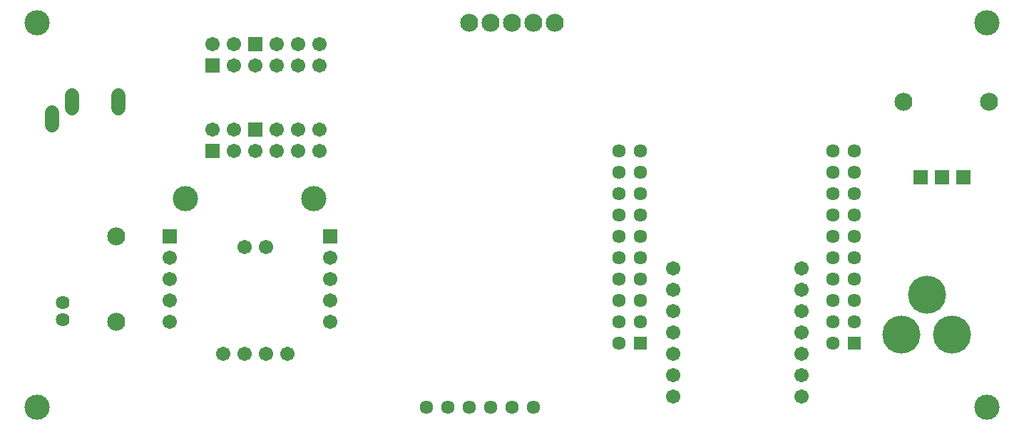
<source format=gts>
G75*
%MOIN*%
%OFA0B0*%
%FSLAX25Y25*%
%IPPOS*%
%LPD*%
%AMOC8*
5,1,8,0,0,1.08239X$1,22.5*
%
%ADD10C,0.11824*%
%ADD11C,0.08400*%
%ADD12C,0.17800*%
%ADD13C,0.06737*%
%ADD14R,0.06737X0.06737*%
%ADD15C,0.06343*%
%ADD16C,0.06737*%
%ADD17C,0.06400*%
%ADD18R,0.06343X0.06343*%
D10*
X0019800Y0063933D03*
X0089300Y0161433D03*
X0149300Y0161433D03*
X0019800Y0243933D03*
X0463800Y0243933D03*
X0463800Y0063933D03*
D11*
X0464800Y0206933D03*
X0424800Y0206933D03*
X0261800Y0243933D03*
X0251800Y0243933D03*
X0241800Y0243933D03*
X0231800Y0243933D03*
X0221800Y0243933D03*
X0056800Y0143933D03*
X0056800Y0103933D03*
D12*
X0423863Y0097933D03*
X0447485Y0097933D03*
X0435674Y0116437D03*
D13*
X0377300Y0118933D03*
X0377300Y0108933D03*
X0377300Y0098933D03*
X0377300Y0088933D03*
X0377300Y0078933D03*
X0377300Y0068933D03*
X0317300Y0068933D03*
X0317300Y0078933D03*
X0317300Y0088933D03*
X0317300Y0098933D03*
X0317300Y0108933D03*
X0317300Y0118933D03*
X0317300Y0128933D03*
X0377300Y0128933D03*
X0156800Y0123933D03*
X0156800Y0113933D03*
X0156800Y0103933D03*
X0136800Y0088933D03*
X0126800Y0088933D03*
X0116800Y0088933D03*
X0106800Y0088933D03*
X0081800Y0103933D03*
X0081800Y0113933D03*
X0081800Y0123933D03*
X0081800Y0133933D03*
X0116800Y0138933D03*
X0126800Y0138933D03*
X0156800Y0133933D03*
X0151800Y0183933D03*
X0141800Y0183933D03*
X0131800Y0183933D03*
X0121800Y0183933D03*
X0111800Y0183933D03*
X0111800Y0193933D03*
X0101800Y0193933D03*
X0131800Y0193933D03*
X0141800Y0193933D03*
X0151800Y0193933D03*
X0151800Y0223933D03*
X0141800Y0223933D03*
X0131800Y0223933D03*
X0121800Y0223933D03*
X0111800Y0223933D03*
X0111800Y0233933D03*
X0101800Y0233933D03*
X0131800Y0233933D03*
X0141800Y0233933D03*
X0151800Y0233933D03*
D14*
X0121800Y0233933D03*
X0101800Y0223933D03*
X0121800Y0193933D03*
X0101800Y0183933D03*
X0081800Y0143933D03*
X0156800Y0143933D03*
X0432800Y0171433D03*
X0442800Y0171433D03*
X0452800Y0171433D03*
D15*
X0401800Y0173933D03*
X0391800Y0173933D03*
X0391800Y0163933D03*
X0401800Y0163933D03*
X0401800Y0153933D03*
X0391800Y0153933D03*
X0391800Y0143933D03*
X0401800Y0143933D03*
X0401800Y0133933D03*
X0391800Y0133933D03*
X0391800Y0123933D03*
X0401800Y0123933D03*
X0401800Y0113933D03*
X0391800Y0113933D03*
X0391800Y0103933D03*
X0401800Y0103933D03*
X0391800Y0093933D03*
X0301800Y0103933D03*
X0291800Y0103933D03*
X0291800Y0093933D03*
X0291800Y0113933D03*
X0301800Y0113933D03*
X0301800Y0123933D03*
X0291800Y0123933D03*
X0291800Y0133933D03*
X0301800Y0133933D03*
X0301800Y0143933D03*
X0291800Y0143933D03*
X0291800Y0153933D03*
X0301800Y0153933D03*
X0301800Y0163933D03*
X0291800Y0163933D03*
X0291800Y0173933D03*
X0301800Y0173933D03*
X0301800Y0183933D03*
X0291800Y0183933D03*
X0391800Y0183933D03*
X0401800Y0183933D03*
X0251800Y0063933D03*
X0241800Y0063933D03*
X0231800Y0063933D03*
X0221800Y0063933D03*
X0211800Y0063933D03*
X0201800Y0063933D03*
D16*
X0026800Y0195965D02*
X0026800Y0201902D01*
X0036249Y0203839D02*
X0036249Y0209776D01*
X0057902Y0209776D02*
X0057902Y0203839D01*
D17*
X0031800Y0112870D03*
X0031800Y0104996D03*
D18*
X0301800Y0093933D03*
X0401800Y0093933D03*
M02*

</source>
